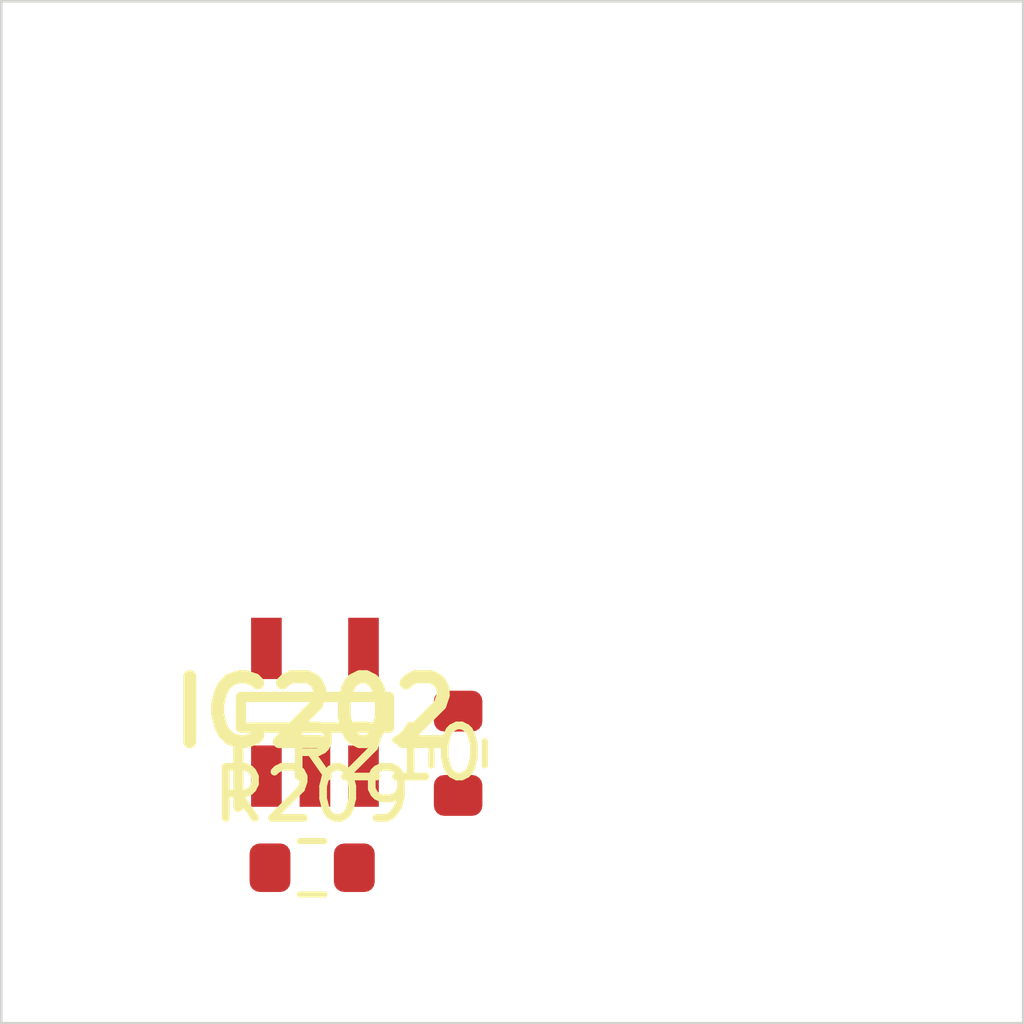
<source format=kicad_pcb>
 ( kicad_pcb  ( version 20171130 )
 ( host pcbnew 5.1.12-84ad8e8a86~92~ubuntu18.04.1 )
 ( general  ( thickness 1.6 )
 ( drawings 4 )
 ( tracks 0 )
 ( zones 0 )
 ( modules 3 )
 ( nets 5 )
)
 ( page A4 )
 ( layers  ( 0 F.Cu signal )
 ( 31 B.Cu signal )
 ( 32 B.Adhes user )
 ( 33 F.Adhes user )
 ( 34 B.Paste user )
 ( 35 F.Paste user )
 ( 36 B.SilkS user )
 ( 37 F.SilkS user )
 ( 38 B.Mask user )
 ( 39 F.Mask user )
 ( 40 Dwgs.User user )
 ( 41 Cmts.User user )
 ( 42 Eco1.User user )
 ( 43 Eco2.User user )
 ( 44 Edge.Cuts user )
 ( 45 Margin user )
 ( 46 B.CrtYd user )
 ( 47 F.CrtYd user )
 ( 48 B.Fab user )
 ( 49 F.Fab user )
)
 ( setup  ( last_trace_width 0.25 )
 ( trace_clearance 0.2 )
 ( zone_clearance 0.508 )
 ( zone_45_only no )
 ( trace_min 0.2 )
 ( via_size 0.8 )
 ( via_drill 0.4 )
 ( via_min_size 0.4 )
 ( via_min_drill 0.3 )
 ( uvia_size 0.3 )
 ( uvia_drill 0.1 )
 ( uvias_allowed no )
 ( uvia_min_size 0.2 )
 ( uvia_min_drill 0.1 )
 ( edge_width 0.05 )
 ( segment_width 0.2 )
 ( pcb_text_width 0.3 )
 ( pcb_text_size 1.5 1.5 )
 ( mod_edge_width 0.12 )
 ( mod_text_size 1 1 )
 ( mod_text_width 0.15 )
 ( pad_size 1.524 1.524 )
 ( pad_drill 0.762 )
 ( pad_to_mask_clearance 0 )
 ( aux_axis_origin 0 0 )
 ( visible_elements FFFFFF7F )
 ( pcbplotparams  ( layerselection 0x010fc_ffffffff )
 ( usegerberextensions false )
 ( usegerberattributes true )
 ( usegerberadvancedattributes true )
 ( creategerberjobfile true )
 ( excludeedgelayer true )
 ( linewidth 0.100000 )
 ( plotframeref false )
 ( viasonmask false )
 ( mode 1 )
 ( useauxorigin false )
 ( hpglpennumber 1 )
 ( hpglpenspeed 20 )
 ( hpglpendiameter 15.000000 )
 ( psnegative false )
 ( psa4output false )
 ( plotreference true )
 ( plotvalue true )
 ( plotinvisibletext false )
 ( padsonsilk false )
 ( subtractmaskfromsilk false )
 ( outputformat 1 )
 ( mirror false )
 ( drillshape 1 )
 ( scaleselection 1 )
 ( outputdirectory "" )
)
)
 ( net 0 "" )
 ( net 1 GND )
 ( net 2 VDDA )
 ( net 3 /Sheet6235D886/vp )
 ( net 4 "Net-(IC202-Pad3)" )
 ( net_class Default "This is the default net class."  ( clearance 0.2 )
 ( trace_width 0.25 )
 ( via_dia 0.8 )
 ( via_drill 0.4 )
 ( uvia_dia 0.3 )
 ( uvia_drill 0.1 )
 ( add_net /Sheet6235D886/vp )
 ( add_net GND )
 ( add_net "Net-(IC202-Pad3)" )
 ( add_net VDDA )
)
 ( module SOT95P280X145-5N locked  ( layer F.Cu )
 ( tedit 62336ED7 )
 ( tstamp 623423ED )
 ( at 86.138900 113.915000 90.000000 )
 ( descr DBV0005A )
 ( tags "Integrated Circuit" )
 ( path /6235D887/6266C08E )
 ( attr smd )
 ( fp_text reference IC202  ( at 0 0 )
 ( layer F.SilkS )
 ( effects  ( font  ( size 1.27 1.27 )
 ( thickness 0.254 )
)
)
)
 ( fp_text value TL071HIDBVR  ( at 0 0 )
 ( layer F.SilkS )
hide  ( effects  ( font  ( size 1.27 1.27 )
 ( thickness 0.254 )
)
)
)
 ( fp_line  ( start -1.85 -1.5 )
 ( end -0.65 -1.5 )
 ( layer F.SilkS )
 ( width 0.2 )
)
 ( fp_line  ( start -0.3 1.45 )
 ( end -0.3 -1.45 )
 ( layer F.SilkS )
 ( width 0.2 )
)
 ( fp_line  ( start 0.3 1.45 )
 ( end -0.3 1.45 )
 ( layer F.SilkS )
 ( width 0.2 )
)
 ( fp_line  ( start 0.3 -1.45 )
 ( end 0.3 1.45 )
 ( layer F.SilkS )
 ( width 0.2 )
)
 ( fp_line  ( start -0.3 -1.45 )
 ( end 0.3 -1.45 )
 ( layer F.SilkS )
 ( width 0.2 )
)
 ( fp_line  ( start -0.8 -0.5 )
 ( end 0.15 -1.45 )
 ( layer Dwgs.User )
 ( width 0.1 )
)
 ( fp_line  ( start -0.8 1.45 )
 ( end -0.8 -1.45 )
 ( layer Dwgs.User )
 ( width 0.1 )
)
 ( fp_line  ( start 0.8 1.45 )
 ( end -0.8 1.45 )
 ( layer Dwgs.User )
 ( width 0.1 )
)
 ( fp_line  ( start 0.8 -1.45 )
 ( end 0.8 1.45 )
 ( layer Dwgs.User )
 ( width 0.1 )
)
 ( fp_line  ( start -0.8 -1.45 )
 ( end 0.8 -1.45 )
 ( layer Dwgs.User )
 ( width 0.1 )
)
 ( fp_line  ( start -2.1 1.775 )
 ( end -2.1 -1.775 )
 ( layer Dwgs.User )
 ( width 0.05 )
)
 ( fp_line  ( start 2.1 1.775 )
 ( end -2.1 1.775 )
 ( layer Dwgs.User )
 ( width 0.05 )
)
 ( fp_line  ( start 2.1 -1.775 )
 ( end 2.1 1.775 )
 ( layer Dwgs.User )
 ( width 0.05 )
)
 ( fp_line  ( start -2.1 -1.775 )
 ( end 2.1 -1.775 )
 ( layer Dwgs.User )
 ( width 0.05 )
)
 ( pad 1 smd rect  ( at -1.25 -0.95 180.000000 )
 ( size 0.6 1.2 )
 ( layers F.Cu F.Mask F.Paste )
 ( net 3 /Sheet6235D886/vp )
)
 ( pad 2 smd rect  ( at -1.25 0 180.000000 )
 ( size 0.6 1.2 )
 ( layers F.Cu F.Mask F.Paste )
 ( net 1 GND )
)
 ( pad 3 smd rect  ( at -1.25 0.95 180.000000 )
 ( size 0.6 1.2 )
 ( layers F.Cu F.Mask F.Paste )
 ( net 4 "Net-(IC202-Pad3)" )
)
 ( pad 4 smd rect  ( at 1.25 0.95 180.000000 )
 ( size 0.6 1.2 )
 ( layers F.Cu F.Mask F.Paste )
 ( net 3 /Sheet6235D886/vp )
)
 ( pad 5 smd rect  ( at 1.25 -0.95 180.000000 )
 ( size 0.6 1.2 )
 ( layers F.Cu F.Mask F.Paste )
 ( net 2 VDDA )
)
)
 ( module Resistor_SMD:R_0603_1608Metric  ( layer F.Cu )
 ( tedit 5F68FEEE )
 ( tstamp 62342595 )
 ( at 86.084222 116.957103 )
 ( descr "Resistor SMD 0603 (1608 Metric), square (rectangular) end terminal, IPC_7351 nominal, (Body size source: IPC-SM-782 page 72, https://www.pcb-3d.com/wordpress/wp-content/uploads/ipc-sm-782a_amendment_1_and_2.pdf), generated with kicad-footprint-generator" )
 ( tags resistor )
 ( path /6235D887/623CDBD9 )
 ( attr smd )
 ( fp_text reference R209  ( at 0 -1.43 )
 ( layer F.SilkS )
 ( effects  ( font  ( size 1 1 )
 ( thickness 0.15 )
)
)
)
 ( fp_text value 100k  ( at 0 1.43 )
 ( layer F.Fab )
 ( effects  ( font  ( size 1 1 )
 ( thickness 0.15 )
)
)
)
 ( fp_line  ( start -0.8 0.4125 )
 ( end -0.8 -0.4125 )
 ( layer F.Fab )
 ( width 0.1 )
)
 ( fp_line  ( start -0.8 -0.4125 )
 ( end 0.8 -0.4125 )
 ( layer F.Fab )
 ( width 0.1 )
)
 ( fp_line  ( start 0.8 -0.4125 )
 ( end 0.8 0.4125 )
 ( layer F.Fab )
 ( width 0.1 )
)
 ( fp_line  ( start 0.8 0.4125 )
 ( end -0.8 0.4125 )
 ( layer F.Fab )
 ( width 0.1 )
)
 ( fp_line  ( start -0.237258 -0.5225 )
 ( end 0.237258 -0.5225 )
 ( layer F.SilkS )
 ( width 0.12 )
)
 ( fp_line  ( start -0.237258 0.5225 )
 ( end 0.237258 0.5225 )
 ( layer F.SilkS )
 ( width 0.12 )
)
 ( fp_line  ( start -1.48 0.73 )
 ( end -1.48 -0.73 )
 ( layer F.CrtYd )
 ( width 0.05 )
)
 ( fp_line  ( start -1.48 -0.73 )
 ( end 1.48 -0.73 )
 ( layer F.CrtYd )
 ( width 0.05 )
)
 ( fp_line  ( start 1.48 -0.73 )
 ( end 1.48 0.73 )
 ( layer F.CrtYd )
 ( width 0.05 )
)
 ( fp_line  ( start 1.48 0.73 )
 ( end -1.48 0.73 )
 ( layer F.CrtYd )
 ( width 0.05 )
)
 ( fp_text user %R  ( at 0 0 )
 ( layer F.Fab )
 ( effects  ( font  ( size 0.4 0.4 )
 ( thickness 0.06 )
)
)
)
 ( pad 1 smd roundrect  ( at -0.825 0 )
 ( size 0.8 0.95 )
 ( layers F.Cu F.Mask F.Paste )
 ( roundrect_rratio 0.25 )
 ( net 2 VDDA )
)
 ( pad 2 smd roundrect  ( at 0.825 0 )
 ( size 0.8 0.95 )
 ( layers F.Cu F.Mask F.Paste )
 ( roundrect_rratio 0.25 )
 ( net 4 "Net-(IC202-Pad3)" )
)
 ( model ${KISYS3DMOD}/Resistor_SMD.3dshapes/R_0603_1608Metric.wrl  ( at  ( xyz 0 0 0 )
)
 ( scale  ( xyz 1 1 1 )
)
 ( rotate  ( xyz 0 0 0 )
)
)
)
 ( module Resistor_SMD:R_0603_1608Metric  ( layer F.Cu )
 ( tedit 5F68FEEE )
 ( tstamp 623425A6 )
 ( at 88.940906 114.717280 90.000000 )
 ( descr "Resistor SMD 0603 (1608 Metric), square (rectangular) end terminal, IPC_7351 nominal, (Body size source: IPC-SM-782 page 72, https://www.pcb-3d.com/wordpress/wp-content/uploads/ipc-sm-782a_amendment_1_and_2.pdf), generated with kicad-footprint-generator" )
 ( tags resistor )
 ( path /6235D887/623CDBDF )
 ( attr smd )
 ( fp_text reference R210  ( at 0 -1.43 )
 ( layer F.SilkS )
 ( effects  ( font  ( size 1 1 )
 ( thickness 0.15 )
)
)
)
 ( fp_text value 100k  ( at 0 1.43 )
 ( layer F.Fab )
 ( effects  ( font  ( size 1 1 )
 ( thickness 0.15 )
)
)
)
 ( fp_line  ( start 1.48 0.73 )
 ( end -1.48 0.73 )
 ( layer F.CrtYd )
 ( width 0.05 )
)
 ( fp_line  ( start 1.48 -0.73 )
 ( end 1.48 0.73 )
 ( layer F.CrtYd )
 ( width 0.05 )
)
 ( fp_line  ( start -1.48 -0.73 )
 ( end 1.48 -0.73 )
 ( layer F.CrtYd )
 ( width 0.05 )
)
 ( fp_line  ( start -1.48 0.73 )
 ( end -1.48 -0.73 )
 ( layer F.CrtYd )
 ( width 0.05 )
)
 ( fp_line  ( start -0.237258 0.5225 )
 ( end 0.237258 0.5225 )
 ( layer F.SilkS )
 ( width 0.12 )
)
 ( fp_line  ( start -0.237258 -0.5225 )
 ( end 0.237258 -0.5225 )
 ( layer F.SilkS )
 ( width 0.12 )
)
 ( fp_line  ( start 0.8 0.4125 )
 ( end -0.8 0.4125 )
 ( layer F.Fab )
 ( width 0.1 )
)
 ( fp_line  ( start 0.8 -0.4125 )
 ( end 0.8 0.4125 )
 ( layer F.Fab )
 ( width 0.1 )
)
 ( fp_line  ( start -0.8 -0.4125 )
 ( end 0.8 -0.4125 )
 ( layer F.Fab )
 ( width 0.1 )
)
 ( fp_line  ( start -0.8 0.4125 )
 ( end -0.8 -0.4125 )
 ( layer F.Fab )
 ( width 0.1 )
)
 ( fp_text user %R  ( at 0 0 )
 ( layer F.Fab )
 ( effects  ( font  ( size 0.4 0.4 )
 ( thickness 0.06 )
)
)
)
 ( pad 2 smd roundrect  ( at 0.825 0 90.000000 )
 ( size 0.8 0.95 )
 ( layers F.Cu F.Mask F.Paste )
 ( roundrect_rratio 0.25 )
 ( net 1 GND )
)
 ( pad 1 smd roundrect  ( at -0.825 0 90.000000 )
 ( size 0.8 0.95 )
 ( layers F.Cu F.Mask F.Paste )
 ( roundrect_rratio 0.25 )
 ( net 4 "Net-(IC202-Pad3)" )
)
 ( model ${KISYS3DMOD}/Resistor_SMD.3dshapes/R_0603_1608Metric.wrl  ( at  ( xyz 0 0 0 )
)
 ( scale  ( xyz 1 1 1 )
)
 ( rotate  ( xyz 0 0 0 )
)
)
)
 ( gr_line  ( start 100 100 )
 ( end 100 120 )
 ( layer Edge.Cuts )
 ( width 0.05 )
 ( tstamp 62E770C4 )
)
 ( gr_line  ( start 80 120 )
 ( end 100 120 )
 ( layer Edge.Cuts )
 ( width 0.05 )
 ( tstamp 62E770C0 )
)
 ( gr_line  ( start 80 100 )
 ( end 100 100 )
 ( layer Edge.Cuts )
 ( width 0.05 )
 ( tstamp 6234110C )
)
 ( gr_line  ( start 80 100 )
 ( end 80 120 )
 ( layer Edge.Cuts )
 ( width 0.05 )
)
)

</source>
